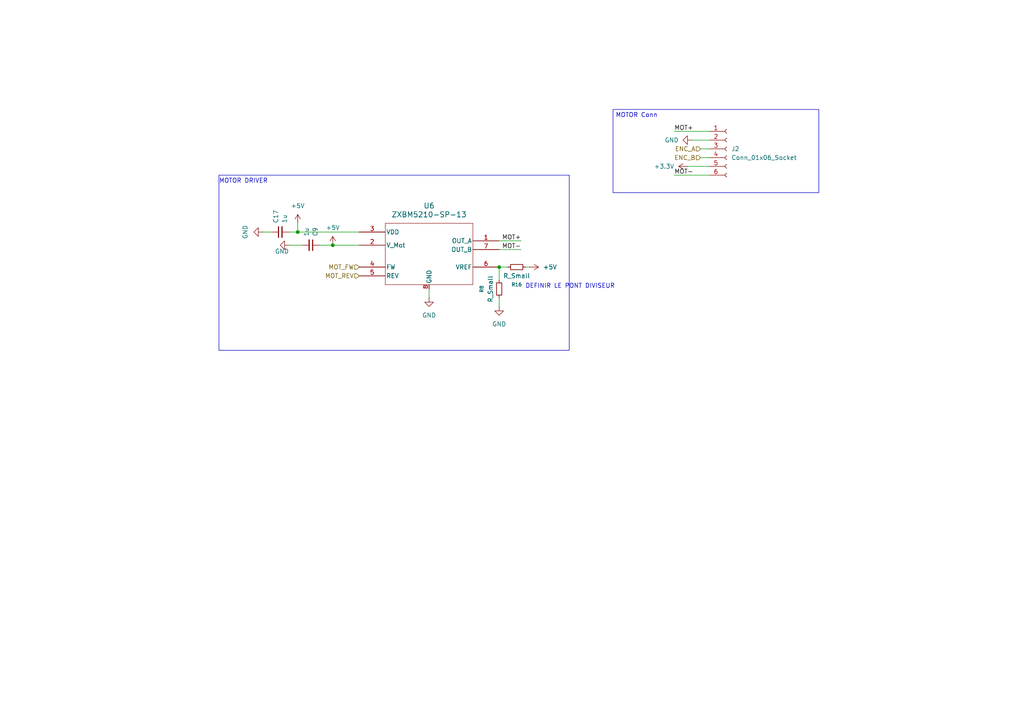
<source format=kicad_sch>
(kicad_sch (version 20250114) (generator "eeschema") (generator_version "9.0")
  (paper "A4")
  (lib_symbols
    (symbol "Connector:Conn_01x06_Socket" (pin_names (offset 1.016) (hide yes))
      (property "Reference" "J" (at 0 7.62 0))
      (property "Value" "Conn_01x06_Socket" (at 0 -10.16 0))
      (symbol "Conn_01x06_Socket_1_1"
        (polyline (pts (xy -1.27 5.08) (xy -0.508 5.08)) (stroke (width 0.1524)))
        (polyline (pts (xy -1.27 2.54) (xy -0.508 2.54)) (stroke (width 0.1524)))
        (polyline (pts (xy -1.27 0) (xy -0.508 0)) (stroke (width 0.1524)))
        (polyline (pts (xy -1.27 -2.54) (xy -0.508 -2.54)) (stroke (width 0.1524)))
        (polyline (pts (xy -1.27 -5.08) (xy -0.508 -5.08)) (stroke (width 0.1524)))
        (polyline (pts (xy -1.27 -7.62) (xy -0.508 -7.62)) (stroke (width 0.1524)))
        (arc (start 0 4.572) (mid -0.5058 5.08) (end 0 5.588) (stroke (width 0.1524)))
        (arc (start 0 2.032) (mid -0.5058 2.54) (end 0 3.048) (stroke (width 0.1524)))
        (arc (start 0 -0.508) (mid -0.5058 0) (end 0 0.508) (stroke (width 0.1524)))
        (arc (start 0 -3.048) (mid -0.5058 -2.54) (end 0 -2.032) (stroke (width 0.1524)))
        (arc (start 0 -5.588) (mid -0.5058 -5.08) (end 0 -4.572) (stroke (width 0.1524)))
        (arc (start 0 -8.128) (mid -0.5058 -7.62) (end 0 -7.112) (stroke (width 0.1524)))
        (pin passive line (at -5.08 5.08 0) (length 3.81) (name "Pin_1") (number "1"))
        (pin passive line (at -5.08 2.54 0) (length 3.81) (name "Pin_2") (number "2"))
        (pin passive line (at -5.08 0 0) (length 3.81) (name "Pin_3") (number "3"))
        (pin passive line (at -5.08 -2.54 0) (length 3.81) (name "Pin_4") (number "4"))
        (pin passive line (at -5.08 -5.08 0) (length 3.81) (name "Pin_5") (number "5"))
        (pin passive line (at -5.08 -7.62 0) (length 3.81) (name "Pin_6") (number "6"))
      )
    )
    (symbol "CustomSymbols:ZXBM5210-SP-13" (pin_names (offset 0.254))
      (property "Reference" "U" (at 0 13.97 0))
      (property "Value" "ZXBM5210-SP-13" (at 0 11.43 0))
      (symbol "ZXBM5210-SP-13_0_1"
        (polyline (pts (xy -12.7 8.89) (xy -12.7 -8.89)) (stroke (width 0.127)))
        (polyline (pts (xy -12.7 -8.89) (xy 12.7 -8.89)) (stroke (width 0.127)))
        (polyline (pts (xy 12.7 8.89) (xy -12.7 8.89)) (stroke (width 0.127)))
        (polyline (pts (xy 12.7 -8.89) (xy 12.7 8.89)) (stroke (width 0.127)))
      )
      (symbol "ZXBM5210-SP-13_1_1"
        (pin unspecified line (at -20.32 6.35 0) (length 7.62) (name "VDD") (number "3"))
        (pin unspecified line (at -20.32 2.54 0) (length 7.62) (name "V_Mot") (number "2"))
        (pin unspecified line (at -20.32 -3.81 0) (length 7.62) (name "FW") (number "4"))
        (pin unspecified line (at -20.32 -6.35 0) (length 7.62) (name "REV") (number "5"))
        (pin unspecified line (at 0 -10.16 90) (length 1.27) (name "GND") (number "8"))
        (pin unspecified line (at 20.32 3.81 180) (length 7.62) (name "OUT_A") (number "1"))
        (pin unspecified line (at 20.32 1.27 180) (length 7.62) (name "OUT_B") (number "7"))
        (pin unspecified line (at 20.32 -3.81 180) (length 7.62) (name "VREF") (number "6"))
      )
    )
    (symbol "Device:C_Small" (pin_numbers (hide yes)) (pin_names (offset 0.254) (hide yes))
      (property "Reference" "C" (at 0.254 1.778 0))
      (property "Value" "C_Small" (at 0.254 -2.032 0))
      (symbol "C_Small_0_1"
        (polyline (pts (xy -1.524 0.508) (xy 1.524 0.508)) (stroke (width 0.3048)))
        (polyline (pts (xy -1.524 -0.508) (xy 1.524 -0.508)) (stroke (width 0.3302)))
      )
      (symbol "C_Small_1_1"
        (pin passive line (at 0 2.54 270) (length 2.032) (name "~") (number "1"))
        (pin passive line (at 0 -2.54 90) (length 2.032) (name "~") (number "2"))
      )
    )
    (symbol "Device:R_Small" (pin_numbers (hide yes)) (pin_names (offset 0.254) (hide yes))
      (property "Reference" "R" (at 0 0 90))
      (property "Value" "R_Small" (at 1.778 0 90))
      (symbol "R_Small_0_1"
        (rectangle (start -0.762 1.778) (end 0.762 -1.778) (stroke (width 0.2032)))
      )
      (symbol "R_Small_1_1"
        (pin passive line (at 0 2.54 270) (length 0.762) (name "~") (number "1"))
        (pin passive line (at 0 -2.54 90) (length 0.762) (name "~") (number "2"))
      )
    )
    (symbol "power:+3.3V" (power) (pin_numbers (hide yes)) (pin_names (offset 0) (hide yes))
      (property "Value" "+3.3V" (at 0 3.556 0))
      (symbol "+3.3V_0_1"
        (polyline (pts (xy -0.762 1.27) (xy 0 2.54)))
        (polyline (pts (xy 0 2.54) (xy 0.762 1.27)))
        (polyline (pts (xy 0 0) (xy 0 2.54)))
      )
      (symbol "+3.3V_1_1"
        (pin power_in line (at 0 0 90) (length 0) (name "~") (number "1"))
      )
    )
    (symbol "power:+5V" (power) (pin_numbers (hide yes)) (pin_names (offset 0) (hide yes))
      (property "Value" "+5V" (at 0 3.556 0))
      (symbol "+5V_0_1"
        (polyline (pts (xy -0.762 1.27) (xy 0 2.54)))
        (polyline (pts (xy 0 2.54) (xy 0.762 1.27)))
        (polyline (pts (xy 0 0) (xy 0 2.54)))
      )
      (symbol "+5V_1_1"
        (pin power_in line (at 0 0 90) (length 0) (name "~") (number "1"))
      )
    )
    (symbol "power:GND" (power) (pin_numbers (hide yes)) (pin_names (offset 0) (hide yes))
      (property "Value" "GND" (at 0 -3.81 0))
      (symbol "GND_0_1"
        (polyline (pts (xy 0 0) (xy 0 -1.27) (xy 1.27 -1.27) (xy 0 -2.54) (xy -1.27 -1.27) (xy 0 -1.27)))
      )
      (symbol "GND_1_1"
        (pin power_in line (at 0 0 270) (length 0) (name "~") (number "1"))
      )
    )
  )
  (rectangle (start 63.5 50.8) (end 165.1 101.6))
  (rectangle (start 177.8 31.75) (end 237.49 55.88))
  (text "MOTOR DRIVER" (at 70.612 52.578 0) (effects (font (size 1.27 1.27))))
  (text "DEFINIR LE PONT DIVISEUR\n" (at 165.354 83.058 0) (effects (font (size 1.27 1.27))))
  (text "MOTOR Conn\n" (at 184.658 33.528 0) (effects (font (size 1.27 1.27))))
  (junction (at 86.36 67.31))
  (junction (at 144.78 77.47))
  (junction (at 96.52 71.12))
  (wire (pts (xy 83.82 71.12) (xy 87.63 71.12)))
  (wire (pts (xy 144.78 86.36) (xy 144.78 88.9)))
  (wire (pts (xy 205.74 38.1) (xy 195.58 38.1)))
  (wire (pts (xy 152.4 77.47) (xy 153.67 77.47)))
  (wire (pts (xy 203.2 43.18) (xy 205.74 43.18)))
  (wire (pts (xy 124.46 83.82) (xy 124.46 86.36)))
  (wire (pts (xy 144.78 69.85) (xy 151.13 69.85)))
  (wire (pts (xy 86.36 67.31) (xy 104.14 67.31)))
  (wire (pts (xy 203.2 45.72) (xy 205.74 45.72)))
  (wire (pts (xy 96.52 71.12) (xy 104.14 71.12)))
  (wire (pts (xy 144.78 72.39) (xy 151.13 72.39)))
  (wire (pts (xy 144.78 77.47) (xy 144.78 81.28)))
  (wire (pts (xy 195.58 50.8) (xy 205.74 50.8)))
  (wire (pts (xy 86.36 64.77) (xy 86.36 67.31)))
  (wire (pts (xy 78.74 67.31) (xy 76.2 67.31)))
  (wire (pts (xy 147.32 77.47) (xy 144.78 77.47)))
  (wire (pts (xy 200.66 40.64) (xy 205.74 40.64)))
  (wire (pts (xy 199.39 48.26) (xy 205.74 48.26)))
  (wire (pts (xy 92.71 71.12) (xy 96.52 71.12)))
  (wire (pts (xy 83.82 67.31) (xy 86.36 67.31)))
  (label "MOT-" (at 151.13 72.39 180))
  (label "MOT+" (at 151.13 69.85 180))
  (label "MOT+" (at 195.58 38.1 0))
  (label "MOT-" (at 195.58 50.8 0))
  (hierarchical_label "MOT_FW" (shape input) (at 104.14 77.47 180))
  (hierarchical_label "ENC_A" (shape input) (at 203.2 43.18 180))
  (hierarchical_label "MOT_REV" (shape input) (at 104.14 80.01 180))
  (hierarchical_label "ENC_B" (shape input) (at 203.2 45.72 180))
  (symbol (lib_id "power:GND") (at 124.46 86.36 0) (unit 1)
    (property "Reference" "#PWR026" (effects (hide yes)))
    (property "Value" "GND" (at 124.46 91.44 0))
    (property "Description" "Power symbol creates a global label with name \"GND\" , ground" (effects (hide yes)))
    (instances (project "projet-chat-ese" (path "" (reference "#PWR026") (unit 1)) (path "" (reference "#PWR049") (unit 1))))
  )
  (symbol (lib_id "Device:C_Small") (at 81.28 67.31 90) (unit 1)
    (property "Reference" "C" (at 80.0162 64.77 0) (effects (justify left)))
    (property "Value" "1u" (at 82.5562 64.77 0) (effects (justify left)))
    (property "Footprint" "Capacitor_SMD:C_0603_1608Metric" (effects (hide yes)))
    (property "Description" "Unpolarized capacitor, small symbol" (effects (hide yes)))
    (instances (project "projet-chat-ese" (path "" (reference "C17") (unit 1))))
  )
  (symbol (lib_id "power:+5V") (at 96.52 71.12 0) (unit 1)
    (property "Reference" "#PWR027" (effects (hide yes)))
    (property "Value" "+5V" (at 96.52 66.04 0))
    (property "Description" "Power symbol creates a global label with name \"+5V\"" (effects (hide yes)))
    (instances (project "projet-chat-ese" (path "" (reference "#PWR027") (unit 1)) (path "" (reference "#PWR048") (unit 1))))
  )
  (symbol (lib_id "power:+5V") (at 153.67 77.47 270) (unit 1)
    (property "Reference" "#PWR028" (effects (hide yes)))
    (property "Value" "+5V" (at 157.48 77.4699 90) (effects (justify left)))
    (property "Description" "Power symbol creates a global label with name \"+5V\"" (effects (hide yes)))
    (instances (project "projet-chat-ese" (path "" (reference "#PWR028") (unit 1)) (path "" (reference "#PWR051") (unit 1))))
  )
  (symbol (lib_id "Device:R_Small") (at 149.86 77.47 270) (mirror x) (unit 1)
    (property "Reference" "R" (at 149.86 82.55 90) (effects (font (size 1.016 1.016))))
    (property "Value" "R_Small" (at 149.86 80.01 90))
    (property "Description" "Resistor, small symbol" (effects (hide yes)))
    (instances (project "projet-chat-ese" (path "" (reference "R16") (unit 1))))
  )
  (symbol (lib_id "Connector:Conn_01x06_Socket") (at 210.82 43.18 0) (unit 1)
    (property "Reference" "J" (at 212.09 43.1799 0) (effects (justify left)))
    (property "Value" "Conn_01x06_Socket" (at 212.09 45.7199 0) (effects (justify left)))
    (property "Description" "Generic connector, single row, 01x06, script generated" (effects (hide yes)))
    (instances (project "projet-chat-ese" (path "" (reference "J2") (unit 1))))
  )
  (symbol (lib_id "power:+5V") (at 86.36 64.77 0) (unit 1)
    (property "Reference" "#PWR" (effects (hide yes)))
    (property "Value" "+5V" (at 86.36 59.69 0))
    (property "Description" "Power symbol creates a global label with name \"+5V\"" (effects (hide yes)))
    (instances (project "projet-chat-ese" (path "" (reference "#PWR047") (unit 1))))
  )
  (symbol (lib_id "power:GND") (at 83.82 71.12 270) (unit 1)
    (property "Reference" "#PWR023" (effects (hide yes)))
    (property "Value" "GND" (at 83.82 72.898 90) (effects (justify right)))
    (property "Description" "Power symbol creates a global label with name \"GND\" , ground" (effects (hide yes)))
    (instances (project "projet-chat-ese" (path "" (reference "#PWR023") (unit 1)) (path "" (reference "#PWR046") (unit 1))))
  )
  (symbol (lib_id "power:GND") (at 144.78 88.9 0) (unit 1)
    (property "Reference" "#PWR029" (effects (hide yes)))
    (property "Value" "GND" (at 144.78 93.98 0))
    (property "Description" "Power symbol creates a global label with name \"GND\" , ground" (effects (hide yes)))
    (instances (project "projet-chat-ese" (path "" (reference "#PWR029") (unit 1)) (path "" (reference "#PWR050") (unit 1))))
  )
  (symbol (lib_id "power:GND") (at 76.2 67.31 270) (unit 1)
    (property "Reference" "#PWR" (effects (hide yes)))
    (property "Value" "GND" (at 71.12 67.31 0))
    (property "Description" "Power symbol creates a global label with name \"GND\" , ground" (effects (hide yes)))
    (instances (project "projet-chat-ese" (path "" (reference "#PWR045") (unit 1))))
  )
  (symbol (lib_id "Device:R_Small") (at 144.78 83.82 0) (mirror x) (unit 1)
    (property "Reference" "R8" (at 139.7 83.82 90) (effects (font (size 1.016 1.016))))
    (property "Value" "R_Small" (at 142.24 83.82 90))
    (property "Description" "Resistor, small symbol" (effects (hide yes)))
    (instances (project "projet-chat-ese" (path "" (reference "R8") (unit 1)) (path "" (reference "R15") (unit 1))))
  )
  (symbol (lib_id "power:GND") (at 200.66 40.64 270) (unit 1)
    (property "Reference" "#PWR031" (effects (hide yes)))
    (property "Value" "GND" (at 196.85 40.6399 90) (effects (justify right)))
    (property "Description" "Power symbol creates a global label with name \"GND\" , ground" (effects (hide yes)))
    (instances (project "projet-chat-ese" (path "" (reference "#PWR031") (unit 1)) (path "" (reference "#PWR054") (unit 1))))
  )
  (symbol (lib_id "CustomSymbols:ZXBM5210-SP-13") (at 124.46 73.66 0) (unit 1)
    (property "Reference" "U" (at 124.46 59.69 0) (effects (font (size 1.524 1.524))))
    (property "Value" "ZXBM5210-SP-13" (at 124.46 62.23 0) (effects (font (size 1.524 1.524))))
    (property "Footprint" "SOIC8_ZXBM5210-SP-13_DIO" (effects (hide yes)))
    (property "Datasheet" "ZXBM5210-SP-13" (effects (hide yes)))
    (instances (project "projet-chat-ese" (path "" (reference "U6") (unit 1))))
  )
  (symbol (lib_id "Device:C_Small") (at 90.17 71.12 270) (mirror x) (unit 1)
    (property "Reference" "C9" (at 91.4338 68.58 0) (effects (justify left)))
    (property "Value" "1u" (at 88.8938 68.58 0) (effects (justify left)))
    (property "Footprint" "Capacitor_SMD:C_0603_1608Metric" (effects (hide yes)))
    (property "Description" "Unpolarized capacitor, small symbol" (effects (hide yes)))
    (instances (project "projet-chat-ese" (path "" (reference "C9") (unit 1)) (path "" (reference "C19") (unit 1))))
  )
  (symbol (lib_id "power:+3.3V") (at 199.39 48.26 90) (unit 1)
    (property "Reference" "#PWR030" (effects (hide yes)))
    (property "Value" "+3.3V" (at 195.58 48.2599 90) (effects (justify left)))
    (property "Description" "Power symbol creates a global label with name \"+3.3V\"" (effects (hide yes)))
    (instances (project "projet-chat-ese" (path "" (reference "#PWR030") (unit 1)) (path "" (reference "#PWR053") (unit 1))))
  )
)
</source>
